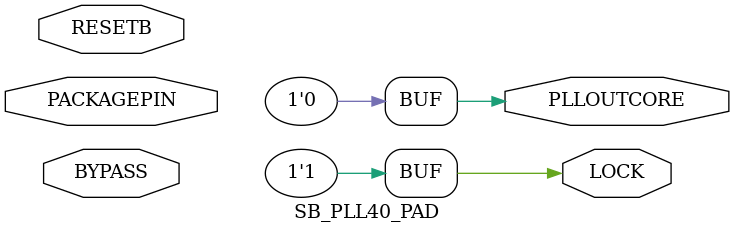
<source format=v>

   /*
    *
    */

task tb_assert(input test);

    begin
        if (!test) begin
            $display("ASSERTION FAILED in %m");
            $finish;
        end
    end

endtask

   /*
    *
    */

module SB_PLL40_PAD
    #(
        parameter FEEDBACK_PATH = 0,
        parameter [3:0] DIVR = 0,
        parameter [2:0] DIVQ = 0,
        parameter [2:0] FILTER_RANGE = 0,
        parameter [6:0] DIVF = 0
    )
    (   
        /* verilator lint_off UNUSED */
        input RESETB,
        input PACKAGEPIN,
        input BYPASS,
        output PLLOUTCORE = 0,
        output LOCK = 1
        /* verilator lint_on UNUSED */
    );

    always @(posedge PACKAGEPIN) begin
        PLLOUTCORE <= !PLLOUTCORE;
    end

endmodule



</source>
